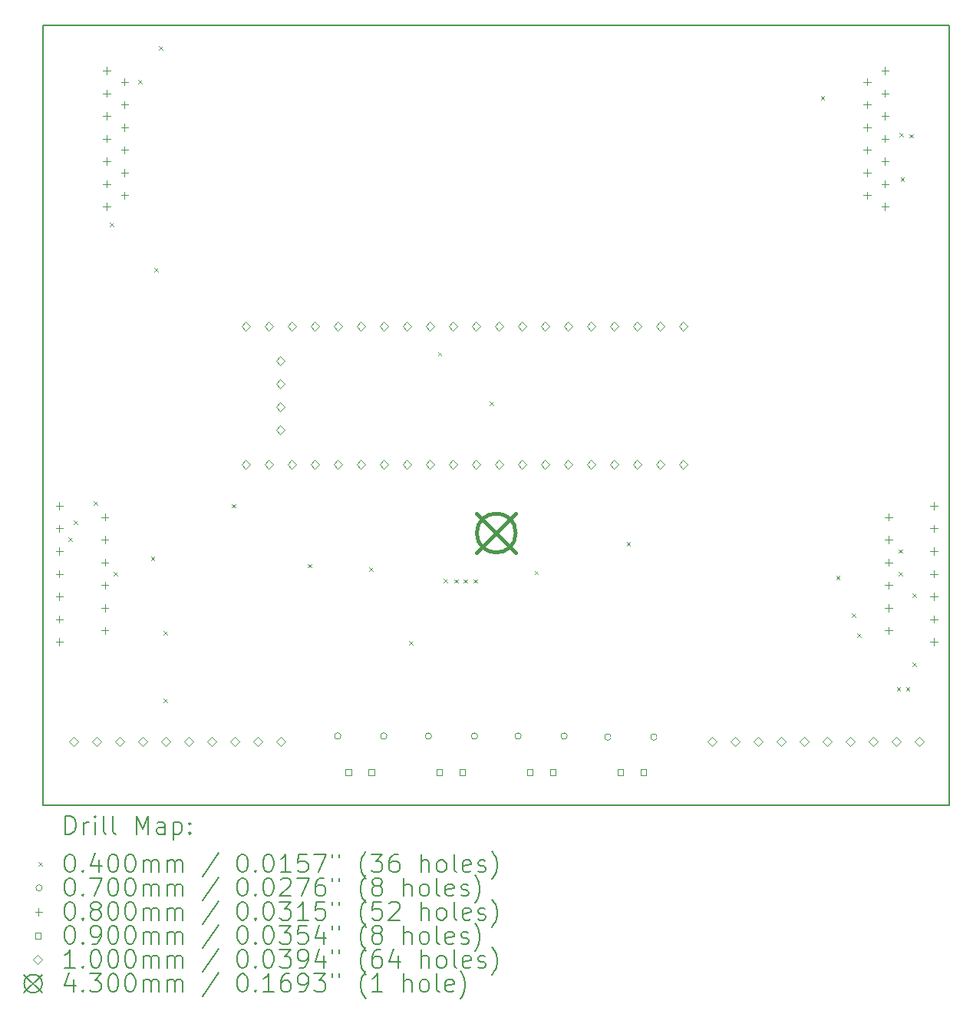
<source format=gbr>
%FSLAX45Y45*%
G04 Gerber Fmt 4.5, Leading zero omitted, Abs format (unit mm)*
G04 Created by KiCad (PCBNEW (6.0.1-0)) date 2022-08-05 18:56:34*
%MOMM*%
%LPD*%
G01*
G04 APERTURE LIST*
%TA.AperFunction,Profile*%
%ADD10C,0.200000*%
%TD*%
%ADD11C,0.200000*%
%ADD12C,0.040000*%
%ADD13C,0.070000*%
%ADD14C,0.080000*%
%ADD15C,0.090000*%
%ADD16C,0.100000*%
%ADD17C,0.430000*%
G04 APERTURE END LIST*
D10*
X10000000Y-5000000D02*
X10000000Y-13600000D01*
X10000000Y-13600000D02*
X20000000Y-13600000D01*
X20000000Y-5000000D02*
X10000000Y-5000000D01*
X20000000Y-13600000D02*
X20000000Y-5000000D01*
D11*
D12*
X10280000Y-10650000D02*
X10320000Y-10690000D01*
X10320000Y-10650000D02*
X10280000Y-10690000D01*
X10340000Y-10460000D02*
X10380000Y-10500000D01*
X10380000Y-10460000D02*
X10340000Y-10500000D01*
X10560000Y-10250000D02*
X10600000Y-10290000D01*
X10600000Y-10250000D02*
X10560000Y-10290000D01*
X10735000Y-7175000D02*
X10775000Y-7215000D01*
X10775000Y-7175000D02*
X10735000Y-7215000D01*
X10780000Y-11030000D02*
X10820000Y-11070000D01*
X10820000Y-11030000D02*
X10780000Y-11070000D01*
X11050000Y-5600000D02*
X11090000Y-5640000D01*
X11090000Y-5600000D02*
X11050000Y-5640000D01*
X11190000Y-10862306D02*
X11230000Y-10902306D01*
X11230000Y-10862306D02*
X11190000Y-10902306D01*
X11230000Y-7680000D02*
X11270000Y-7720000D01*
X11270000Y-7680000D02*
X11230000Y-7720000D01*
X11280000Y-5230000D02*
X11320000Y-5270000D01*
X11320000Y-5230000D02*
X11280000Y-5270000D01*
X11330000Y-11680000D02*
X11370000Y-11720000D01*
X11370000Y-11680000D02*
X11330000Y-11720000D01*
X11330000Y-12430000D02*
X11370000Y-12470000D01*
X11370000Y-12430000D02*
X11330000Y-12470000D01*
X12080000Y-10280000D02*
X12120000Y-10320000D01*
X12120000Y-10280000D02*
X12080000Y-10320000D01*
X12921300Y-10940100D02*
X12961300Y-10980100D01*
X12961300Y-10940100D02*
X12921300Y-10980100D01*
X13600000Y-10980000D02*
X13640000Y-11020000D01*
X13640000Y-10980000D02*
X13600000Y-11020000D01*
X14040000Y-11790000D02*
X14080000Y-11830000D01*
X14080000Y-11790000D02*
X14040000Y-11830000D01*
X14356400Y-8603300D02*
X14396400Y-8643300D01*
X14396400Y-8603300D02*
X14356400Y-8643300D01*
X14419900Y-11105200D02*
X14459900Y-11145200D01*
X14459900Y-11105200D02*
X14419900Y-11145200D01*
X14540050Y-11110000D02*
X14580050Y-11150000D01*
X14580050Y-11110000D02*
X14540050Y-11150000D01*
X14640000Y-11110000D02*
X14680000Y-11150000D01*
X14680000Y-11110000D02*
X14640000Y-11150000D01*
X14750000Y-11110000D02*
X14790000Y-11150000D01*
X14790000Y-11110000D02*
X14750000Y-11150000D01*
X14927900Y-9149400D02*
X14967900Y-9189400D01*
X14967900Y-9149400D02*
X14927900Y-9189400D01*
X15423200Y-11016300D02*
X15463200Y-11056300D01*
X15463200Y-11016300D02*
X15423200Y-11056300D01*
X16439200Y-10698800D02*
X16479200Y-10738800D01*
X16479200Y-10698800D02*
X16439200Y-10738800D01*
X18580000Y-5780000D02*
X18620000Y-5820000D01*
X18620000Y-5780000D02*
X18580000Y-5820000D01*
X18750000Y-11070000D02*
X18790000Y-11110000D01*
X18790000Y-11070000D02*
X18750000Y-11110000D01*
X18922598Y-11490000D02*
X18962598Y-11530000D01*
X18962598Y-11490000D02*
X18922598Y-11530000D01*
X18983770Y-11706230D02*
X19023770Y-11746230D01*
X19023770Y-11706230D02*
X18983770Y-11746230D01*
X19418770Y-12298770D02*
X19458770Y-12338770D01*
X19458770Y-12298770D02*
X19418770Y-12338770D01*
X19440000Y-10780000D02*
X19480000Y-10820000D01*
X19480000Y-10780000D02*
X19440000Y-10820000D01*
X19440000Y-11030000D02*
X19480000Y-11070000D01*
X19480000Y-11030000D02*
X19440000Y-11070000D01*
X19450000Y-6190000D02*
X19490000Y-6230000D01*
X19490000Y-6190000D02*
X19450000Y-6230000D01*
X19460000Y-6680000D02*
X19500000Y-6720000D01*
X19500000Y-6680000D02*
X19460000Y-6720000D01*
X19520000Y-12300000D02*
X19560000Y-12340000D01*
X19560000Y-12300000D02*
X19520000Y-12340000D01*
X19560000Y-6200000D02*
X19600000Y-6240000D01*
X19600000Y-6200000D02*
X19560000Y-6240000D01*
X19592450Y-11270000D02*
X19632450Y-11310000D01*
X19632450Y-11270000D02*
X19592450Y-11310000D01*
X19592450Y-12030000D02*
X19632450Y-12070000D01*
X19632450Y-12030000D02*
X19592450Y-12070000D01*
D13*
X13285000Y-12840000D02*
G75*
G03*
X13285000Y-12840000I-35000J0D01*
G01*
X13793000Y-12840000D02*
G75*
G03*
X13793000Y-12840000I-35000J0D01*
G01*
X14285000Y-12840000D02*
G75*
G03*
X14285000Y-12840000I-35000J0D01*
G01*
X14793000Y-12840000D02*
G75*
G03*
X14793000Y-12840000I-35000J0D01*
G01*
X15275000Y-12840000D02*
G75*
G03*
X15275000Y-12840000I-35000J0D01*
G01*
X15783000Y-12840000D02*
G75*
G03*
X15783000Y-12840000I-35000J0D01*
G01*
X16265000Y-12850000D02*
G75*
G03*
X16265000Y-12850000I-35000J0D01*
G01*
X16773000Y-12850000D02*
G75*
G03*
X16773000Y-12850000I-35000J0D01*
G01*
D14*
X10180000Y-10260000D02*
X10180000Y-10340000D01*
X10140000Y-10300000D02*
X10220000Y-10300000D01*
X10180000Y-10510000D02*
X10180000Y-10590000D01*
X10140000Y-10550000D02*
X10220000Y-10550000D01*
X10180000Y-10760000D02*
X10180000Y-10840000D01*
X10140000Y-10800000D02*
X10220000Y-10800000D01*
X10180000Y-11010000D02*
X10180000Y-11090000D01*
X10140000Y-11050000D02*
X10220000Y-11050000D01*
X10180000Y-11260000D02*
X10180000Y-11340000D01*
X10140000Y-11300000D02*
X10220000Y-11300000D01*
X10180000Y-11510000D02*
X10180000Y-11590000D01*
X10140000Y-11550000D02*
X10220000Y-11550000D01*
X10180000Y-11760000D02*
X10180000Y-11840000D01*
X10140000Y-11800000D02*
X10220000Y-11800000D01*
X10680000Y-10385000D02*
X10680000Y-10465000D01*
X10640000Y-10425000D02*
X10720000Y-10425000D01*
X10680000Y-10635000D02*
X10680000Y-10715000D01*
X10640000Y-10675000D02*
X10720000Y-10675000D01*
X10680000Y-10885000D02*
X10680000Y-10965000D01*
X10640000Y-10925000D02*
X10720000Y-10925000D01*
X10680000Y-11135000D02*
X10680000Y-11215000D01*
X10640000Y-11175000D02*
X10720000Y-11175000D01*
X10680000Y-11385000D02*
X10680000Y-11465000D01*
X10640000Y-11425000D02*
X10720000Y-11425000D01*
X10680000Y-11635000D02*
X10680000Y-11715000D01*
X10640000Y-11675000D02*
X10720000Y-11675000D01*
X10700000Y-5460000D02*
X10700000Y-5540000D01*
X10660000Y-5500000D02*
X10740000Y-5500000D01*
X10700000Y-5710000D02*
X10700000Y-5790000D01*
X10660000Y-5750000D02*
X10740000Y-5750000D01*
X10700000Y-5960000D02*
X10700000Y-6040000D01*
X10660000Y-6000000D02*
X10740000Y-6000000D01*
X10700000Y-6210000D02*
X10700000Y-6290000D01*
X10660000Y-6250000D02*
X10740000Y-6250000D01*
X10700000Y-6460000D02*
X10700000Y-6540000D01*
X10660000Y-6500000D02*
X10740000Y-6500000D01*
X10700000Y-6710000D02*
X10700000Y-6790000D01*
X10660000Y-6750000D02*
X10740000Y-6750000D01*
X10700000Y-6960000D02*
X10700000Y-7040000D01*
X10660000Y-7000000D02*
X10740000Y-7000000D01*
X10900000Y-5585000D02*
X10900000Y-5665000D01*
X10860000Y-5625000D02*
X10940000Y-5625000D01*
X10900000Y-5835000D02*
X10900000Y-5915000D01*
X10860000Y-5875000D02*
X10940000Y-5875000D01*
X10900000Y-6085000D02*
X10900000Y-6165000D01*
X10860000Y-6125000D02*
X10940000Y-6125000D01*
X10900000Y-6335000D02*
X10900000Y-6415000D01*
X10860000Y-6375000D02*
X10940000Y-6375000D01*
X10900000Y-6585000D02*
X10900000Y-6665000D01*
X10860000Y-6625000D02*
X10940000Y-6625000D01*
X10900000Y-6835000D02*
X10900000Y-6915000D01*
X10860000Y-6875000D02*
X10940000Y-6875000D01*
X19090000Y-5585000D02*
X19090000Y-5665000D01*
X19050000Y-5625000D02*
X19130000Y-5625000D01*
X19090000Y-5835000D02*
X19090000Y-5915000D01*
X19050000Y-5875000D02*
X19130000Y-5875000D01*
X19090000Y-6085000D02*
X19090000Y-6165000D01*
X19050000Y-6125000D02*
X19130000Y-6125000D01*
X19090000Y-6335000D02*
X19090000Y-6415000D01*
X19050000Y-6375000D02*
X19130000Y-6375000D01*
X19090000Y-6585000D02*
X19090000Y-6665000D01*
X19050000Y-6625000D02*
X19130000Y-6625000D01*
X19090000Y-6835000D02*
X19090000Y-6915000D01*
X19050000Y-6875000D02*
X19130000Y-6875000D01*
X19290000Y-5460000D02*
X19290000Y-5540000D01*
X19250000Y-5500000D02*
X19330000Y-5500000D01*
X19290000Y-5710000D02*
X19290000Y-5790000D01*
X19250000Y-5750000D02*
X19330000Y-5750000D01*
X19290000Y-5960000D02*
X19290000Y-6040000D01*
X19250000Y-6000000D02*
X19330000Y-6000000D01*
X19290000Y-6210000D02*
X19290000Y-6290000D01*
X19250000Y-6250000D02*
X19330000Y-6250000D01*
X19290000Y-6460000D02*
X19290000Y-6540000D01*
X19250000Y-6500000D02*
X19330000Y-6500000D01*
X19290000Y-6710000D02*
X19290000Y-6790000D01*
X19250000Y-6750000D02*
X19330000Y-6750000D01*
X19290000Y-6960000D02*
X19290000Y-7040000D01*
X19250000Y-7000000D02*
X19330000Y-7000000D01*
X19330000Y-10385000D02*
X19330000Y-10465000D01*
X19290000Y-10425000D02*
X19370000Y-10425000D01*
X19330000Y-10635000D02*
X19330000Y-10715000D01*
X19290000Y-10675000D02*
X19370000Y-10675000D01*
X19330000Y-10885000D02*
X19330000Y-10965000D01*
X19290000Y-10925000D02*
X19370000Y-10925000D01*
X19330000Y-11135000D02*
X19330000Y-11215000D01*
X19290000Y-11175000D02*
X19370000Y-11175000D01*
X19330000Y-11385000D02*
X19330000Y-11465000D01*
X19290000Y-11425000D02*
X19370000Y-11425000D01*
X19330000Y-11635000D02*
X19330000Y-11715000D01*
X19290000Y-11675000D02*
X19370000Y-11675000D01*
X19830000Y-10260000D02*
X19830000Y-10340000D01*
X19790000Y-10300000D02*
X19870000Y-10300000D01*
X19830000Y-10510000D02*
X19830000Y-10590000D01*
X19790000Y-10550000D02*
X19870000Y-10550000D01*
X19830000Y-10760000D02*
X19830000Y-10840000D01*
X19790000Y-10800000D02*
X19870000Y-10800000D01*
X19830000Y-11010000D02*
X19830000Y-11090000D01*
X19790000Y-11050000D02*
X19870000Y-11050000D01*
X19830000Y-11260000D02*
X19830000Y-11340000D01*
X19790000Y-11300000D02*
X19870000Y-11300000D01*
X19830000Y-11510000D02*
X19830000Y-11590000D01*
X19790000Y-11550000D02*
X19870000Y-11550000D01*
X19830000Y-11760000D02*
X19830000Y-11840000D01*
X19790000Y-11800000D02*
X19870000Y-11800000D01*
D15*
X13401820Y-13271820D02*
X13401820Y-13208180D01*
X13338180Y-13208180D01*
X13338180Y-13271820D01*
X13401820Y-13271820D01*
X13655820Y-13271820D02*
X13655820Y-13208180D01*
X13592180Y-13208180D01*
X13592180Y-13271820D01*
X13655820Y-13271820D01*
X14401820Y-13271820D02*
X14401820Y-13208180D01*
X14338180Y-13208180D01*
X14338180Y-13271820D01*
X14401820Y-13271820D01*
X14655820Y-13271820D02*
X14655820Y-13208180D01*
X14592180Y-13208180D01*
X14592180Y-13271820D01*
X14655820Y-13271820D01*
X15401820Y-13271820D02*
X15401820Y-13208180D01*
X15338180Y-13208180D01*
X15338180Y-13271820D01*
X15401820Y-13271820D01*
X15655820Y-13271820D02*
X15655820Y-13208180D01*
X15592180Y-13208180D01*
X15592180Y-13271820D01*
X15655820Y-13271820D01*
X16401820Y-13271820D02*
X16401820Y-13208180D01*
X16338180Y-13208180D01*
X16338180Y-13271820D01*
X16401820Y-13271820D01*
X16655820Y-13271820D02*
X16655820Y-13208180D01*
X16592180Y-13208180D01*
X16592180Y-13271820D01*
X16655820Y-13271820D01*
D16*
X10334000Y-12950000D02*
X10384000Y-12900000D01*
X10334000Y-12850000D01*
X10284000Y-12900000D01*
X10334000Y-12950000D01*
X10588000Y-12950000D02*
X10638000Y-12900000D01*
X10588000Y-12850000D01*
X10538000Y-12900000D01*
X10588000Y-12950000D01*
X10842000Y-12950000D02*
X10892000Y-12900000D01*
X10842000Y-12850000D01*
X10792000Y-12900000D01*
X10842000Y-12950000D01*
X11096000Y-12950000D02*
X11146000Y-12900000D01*
X11096000Y-12850000D01*
X11046000Y-12900000D01*
X11096000Y-12950000D01*
X11350000Y-12950000D02*
X11400000Y-12900000D01*
X11350000Y-12850000D01*
X11300000Y-12900000D01*
X11350000Y-12950000D01*
X11604000Y-12950000D02*
X11654000Y-12900000D01*
X11604000Y-12850000D01*
X11554000Y-12900000D01*
X11604000Y-12950000D01*
X11858000Y-12950000D02*
X11908000Y-12900000D01*
X11858000Y-12850000D01*
X11808000Y-12900000D01*
X11858000Y-12950000D01*
X12112000Y-12950000D02*
X12162000Y-12900000D01*
X12112000Y-12850000D01*
X12062000Y-12900000D01*
X12112000Y-12950000D01*
X12237000Y-8368500D02*
X12287000Y-8318500D01*
X12237000Y-8268500D01*
X12187000Y-8318500D01*
X12237000Y-8368500D01*
X12237000Y-9892500D02*
X12287000Y-9842500D01*
X12237000Y-9792500D01*
X12187000Y-9842500D01*
X12237000Y-9892500D01*
X12366000Y-12950000D02*
X12416000Y-12900000D01*
X12366000Y-12850000D01*
X12316000Y-12900000D01*
X12366000Y-12950000D01*
X12491000Y-8368500D02*
X12541000Y-8318500D01*
X12491000Y-8268500D01*
X12441000Y-8318500D01*
X12491000Y-8368500D01*
X12491000Y-9892500D02*
X12541000Y-9842500D01*
X12491000Y-9792500D01*
X12441000Y-9842500D01*
X12491000Y-9892500D01*
X12618100Y-8749300D02*
X12668100Y-8699300D01*
X12618100Y-8649300D01*
X12568100Y-8699300D01*
X12618100Y-8749300D01*
X12618100Y-9003300D02*
X12668100Y-8953300D01*
X12618100Y-8903300D01*
X12568100Y-8953300D01*
X12618100Y-9003300D01*
X12618100Y-9257300D02*
X12668100Y-9207300D01*
X12618100Y-9157300D01*
X12568100Y-9207300D01*
X12618100Y-9257300D01*
X12618100Y-9511300D02*
X12668100Y-9461300D01*
X12618100Y-9411300D01*
X12568100Y-9461300D01*
X12618100Y-9511300D01*
X12620000Y-12950000D02*
X12670000Y-12900000D01*
X12620000Y-12850000D01*
X12570000Y-12900000D01*
X12620000Y-12950000D01*
X12745000Y-8368500D02*
X12795000Y-8318500D01*
X12745000Y-8268500D01*
X12695000Y-8318500D01*
X12745000Y-8368500D01*
X12745000Y-9892500D02*
X12795000Y-9842500D01*
X12745000Y-9792500D01*
X12695000Y-9842500D01*
X12745000Y-9892500D01*
X12999000Y-8368500D02*
X13049000Y-8318500D01*
X12999000Y-8268500D01*
X12949000Y-8318500D01*
X12999000Y-8368500D01*
X12999000Y-9892500D02*
X13049000Y-9842500D01*
X12999000Y-9792500D01*
X12949000Y-9842500D01*
X12999000Y-9892500D01*
X13253000Y-8368500D02*
X13303000Y-8318500D01*
X13253000Y-8268500D01*
X13203000Y-8318500D01*
X13253000Y-8368500D01*
X13253000Y-9892500D02*
X13303000Y-9842500D01*
X13253000Y-9792500D01*
X13203000Y-9842500D01*
X13253000Y-9892500D01*
X13507000Y-8368500D02*
X13557000Y-8318500D01*
X13507000Y-8268500D01*
X13457000Y-8318500D01*
X13507000Y-8368500D01*
X13507000Y-9892500D02*
X13557000Y-9842500D01*
X13507000Y-9792500D01*
X13457000Y-9842500D01*
X13507000Y-9892500D01*
X13761000Y-8368500D02*
X13811000Y-8318500D01*
X13761000Y-8268500D01*
X13711000Y-8318500D01*
X13761000Y-8368500D01*
X13761000Y-9892500D02*
X13811000Y-9842500D01*
X13761000Y-9792500D01*
X13711000Y-9842500D01*
X13761000Y-9892500D01*
X14015000Y-8368500D02*
X14065000Y-8318500D01*
X14015000Y-8268500D01*
X13965000Y-8318500D01*
X14015000Y-8368500D01*
X14015000Y-9892500D02*
X14065000Y-9842500D01*
X14015000Y-9792500D01*
X13965000Y-9842500D01*
X14015000Y-9892500D01*
X14269000Y-8368500D02*
X14319000Y-8318500D01*
X14269000Y-8268500D01*
X14219000Y-8318500D01*
X14269000Y-8368500D01*
X14269000Y-9892500D02*
X14319000Y-9842500D01*
X14269000Y-9792500D01*
X14219000Y-9842500D01*
X14269000Y-9892500D01*
X14523000Y-8368500D02*
X14573000Y-8318500D01*
X14523000Y-8268500D01*
X14473000Y-8318500D01*
X14523000Y-8368500D01*
X14523000Y-9892500D02*
X14573000Y-9842500D01*
X14523000Y-9792500D01*
X14473000Y-9842500D01*
X14523000Y-9892500D01*
X14777000Y-8368500D02*
X14827000Y-8318500D01*
X14777000Y-8268500D01*
X14727000Y-8318500D01*
X14777000Y-8368500D01*
X14777000Y-9892500D02*
X14827000Y-9842500D01*
X14777000Y-9792500D01*
X14727000Y-9842500D01*
X14777000Y-9892500D01*
X15031000Y-8368500D02*
X15081000Y-8318500D01*
X15031000Y-8268500D01*
X14981000Y-8318500D01*
X15031000Y-8368500D01*
X15031000Y-9892500D02*
X15081000Y-9842500D01*
X15031000Y-9792500D01*
X14981000Y-9842500D01*
X15031000Y-9892500D01*
X15285000Y-8368500D02*
X15335000Y-8318500D01*
X15285000Y-8268500D01*
X15235000Y-8318500D01*
X15285000Y-8368500D01*
X15285000Y-9892500D02*
X15335000Y-9842500D01*
X15285000Y-9792500D01*
X15235000Y-9842500D01*
X15285000Y-9892500D01*
X15539000Y-8368500D02*
X15589000Y-8318500D01*
X15539000Y-8268500D01*
X15489000Y-8318500D01*
X15539000Y-8368500D01*
X15539000Y-9892500D02*
X15589000Y-9842500D01*
X15539000Y-9792500D01*
X15489000Y-9842500D01*
X15539000Y-9892500D01*
X15793000Y-8368500D02*
X15843000Y-8318500D01*
X15793000Y-8268500D01*
X15743000Y-8318500D01*
X15793000Y-8368500D01*
X15793000Y-9892500D02*
X15843000Y-9842500D01*
X15793000Y-9792500D01*
X15743000Y-9842500D01*
X15793000Y-9892500D01*
X16047000Y-8368500D02*
X16097000Y-8318500D01*
X16047000Y-8268500D01*
X15997000Y-8318500D01*
X16047000Y-8368500D01*
X16047000Y-9892500D02*
X16097000Y-9842500D01*
X16047000Y-9792500D01*
X15997000Y-9842500D01*
X16047000Y-9892500D01*
X16301000Y-8368500D02*
X16351000Y-8318500D01*
X16301000Y-8268500D01*
X16251000Y-8318500D01*
X16301000Y-8368500D01*
X16301000Y-9892500D02*
X16351000Y-9842500D01*
X16301000Y-9792500D01*
X16251000Y-9842500D01*
X16301000Y-9892500D01*
X16555000Y-8368500D02*
X16605000Y-8318500D01*
X16555000Y-8268500D01*
X16505000Y-8318500D01*
X16555000Y-8368500D01*
X16555000Y-9892500D02*
X16605000Y-9842500D01*
X16555000Y-9792500D01*
X16505000Y-9842500D01*
X16555000Y-9892500D01*
X16809000Y-8368500D02*
X16859000Y-8318500D01*
X16809000Y-8268500D01*
X16759000Y-8318500D01*
X16809000Y-8368500D01*
X16809000Y-9892500D02*
X16859000Y-9842500D01*
X16809000Y-9792500D01*
X16759000Y-9842500D01*
X16809000Y-9892500D01*
X17063000Y-8368500D02*
X17113000Y-8318500D01*
X17063000Y-8268500D01*
X17013000Y-8318500D01*
X17063000Y-8368500D01*
X17063000Y-9892500D02*
X17113000Y-9842500D01*
X17063000Y-9792500D01*
X17013000Y-9842500D01*
X17063000Y-9892500D01*
X17380000Y-12950000D02*
X17430000Y-12900000D01*
X17380000Y-12850000D01*
X17330000Y-12900000D01*
X17380000Y-12950000D01*
X17634000Y-12950000D02*
X17684000Y-12900000D01*
X17634000Y-12850000D01*
X17584000Y-12900000D01*
X17634000Y-12950000D01*
X17888000Y-12950000D02*
X17938000Y-12900000D01*
X17888000Y-12850000D01*
X17838000Y-12900000D01*
X17888000Y-12950000D01*
X18142000Y-12950000D02*
X18192000Y-12900000D01*
X18142000Y-12850000D01*
X18092000Y-12900000D01*
X18142000Y-12950000D01*
X18396000Y-12950000D02*
X18446000Y-12900000D01*
X18396000Y-12850000D01*
X18346000Y-12900000D01*
X18396000Y-12950000D01*
X18650000Y-12950000D02*
X18700000Y-12900000D01*
X18650000Y-12850000D01*
X18600000Y-12900000D01*
X18650000Y-12950000D01*
X18904000Y-12950000D02*
X18954000Y-12900000D01*
X18904000Y-12850000D01*
X18854000Y-12900000D01*
X18904000Y-12950000D01*
X19158000Y-12950000D02*
X19208000Y-12900000D01*
X19158000Y-12850000D01*
X19108000Y-12900000D01*
X19158000Y-12950000D01*
X19412000Y-12950000D02*
X19462000Y-12900000D01*
X19412000Y-12850000D01*
X19362000Y-12900000D01*
X19412000Y-12950000D01*
X19666000Y-12950000D02*
X19716000Y-12900000D01*
X19666000Y-12850000D01*
X19616000Y-12900000D01*
X19666000Y-12950000D01*
D17*
X14785000Y-10385000D02*
X15215000Y-10815000D01*
X15215000Y-10385000D02*
X14785000Y-10815000D01*
X15215000Y-10600000D02*
G75*
G03*
X15215000Y-10600000I-215000J0D01*
G01*
D11*
X10247619Y-13920476D02*
X10247619Y-13720476D01*
X10295238Y-13720476D01*
X10323810Y-13730000D01*
X10342857Y-13749048D01*
X10352381Y-13768095D01*
X10361905Y-13806190D01*
X10361905Y-13834762D01*
X10352381Y-13872857D01*
X10342857Y-13891905D01*
X10323810Y-13910952D01*
X10295238Y-13920476D01*
X10247619Y-13920476D01*
X10447619Y-13920476D02*
X10447619Y-13787143D01*
X10447619Y-13825238D02*
X10457143Y-13806190D01*
X10466667Y-13796667D01*
X10485714Y-13787143D01*
X10504762Y-13787143D01*
X10571429Y-13920476D02*
X10571429Y-13787143D01*
X10571429Y-13720476D02*
X10561905Y-13730000D01*
X10571429Y-13739524D01*
X10580952Y-13730000D01*
X10571429Y-13720476D01*
X10571429Y-13739524D01*
X10695238Y-13920476D02*
X10676190Y-13910952D01*
X10666667Y-13891905D01*
X10666667Y-13720476D01*
X10800000Y-13920476D02*
X10780952Y-13910952D01*
X10771429Y-13891905D01*
X10771429Y-13720476D01*
X11028571Y-13920476D02*
X11028571Y-13720476D01*
X11095238Y-13863333D01*
X11161905Y-13720476D01*
X11161905Y-13920476D01*
X11342857Y-13920476D02*
X11342857Y-13815714D01*
X11333333Y-13796667D01*
X11314286Y-13787143D01*
X11276190Y-13787143D01*
X11257143Y-13796667D01*
X11342857Y-13910952D02*
X11323809Y-13920476D01*
X11276190Y-13920476D01*
X11257143Y-13910952D01*
X11247619Y-13891905D01*
X11247619Y-13872857D01*
X11257143Y-13853809D01*
X11276190Y-13844286D01*
X11323809Y-13844286D01*
X11342857Y-13834762D01*
X11438095Y-13787143D02*
X11438095Y-13987143D01*
X11438095Y-13796667D02*
X11457143Y-13787143D01*
X11495238Y-13787143D01*
X11514286Y-13796667D01*
X11523809Y-13806190D01*
X11533333Y-13825238D01*
X11533333Y-13882381D01*
X11523809Y-13901428D01*
X11514286Y-13910952D01*
X11495238Y-13920476D01*
X11457143Y-13920476D01*
X11438095Y-13910952D01*
X11619048Y-13901428D02*
X11628571Y-13910952D01*
X11619048Y-13920476D01*
X11609524Y-13910952D01*
X11619048Y-13901428D01*
X11619048Y-13920476D01*
X11619048Y-13796667D02*
X11628571Y-13806190D01*
X11619048Y-13815714D01*
X11609524Y-13806190D01*
X11619048Y-13796667D01*
X11619048Y-13815714D01*
D12*
X9950000Y-14230000D02*
X9990000Y-14270000D01*
X9990000Y-14230000D02*
X9950000Y-14270000D01*
D11*
X10285714Y-14140476D02*
X10304762Y-14140476D01*
X10323810Y-14150000D01*
X10333333Y-14159524D01*
X10342857Y-14178571D01*
X10352381Y-14216667D01*
X10352381Y-14264286D01*
X10342857Y-14302381D01*
X10333333Y-14321428D01*
X10323810Y-14330952D01*
X10304762Y-14340476D01*
X10285714Y-14340476D01*
X10266667Y-14330952D01*
X10257143Y-14321428D01*
X10247619Y-14302381D01*
X10238095Y-14264286D01*
X10238095Y-14216667D01*
X10247619Y-14178571D01*
X10257143Y-14159524D01*
X10266667Y-14150000D01*
X10285714Y-14140476D01*
X10438095Y-14321428D02*
X10447619Y-14330952D01*
X10438095Y-14340476D01*
X10428571Y-14330952D01*
X10438095Y-14321428D01*
X10438095Y-14340476D01*
X10619048Y-14207143D02*
X10619048Y-14340476D01*
X10571429Y-14130952D02*
X10523810Y-14273809D01*
X10647619Y-14273809D01*
X10761905Y-14140476D02*
X10780952Y-14140476D01*
X10800000Y-14150000D01*
X10809524Y-14159524D01*
X10819048Y-14178571D01*
X10828571Y-14216667D01*
X10828571Y-14264286D01*
X10819048Y-14302381D01*
X10809524Y-14321428D01*
X10800000Y-14330952D01*
X10780952Y-14340476D01*
X10761905Y-14340476D01*
X10742857Y-14330952D01*
X10733333Y-14321428D01*
X10723810Y-14302381D01*
X10714286Y-14264286D01*
X10714286Y-14216667D01*
X10723810Y-14178571D01*
X10733333Y-14159524D01*
X10742857Y-14150000D01*
X10761905Y-14140476D01*
X10952381Y-14140476D02*
X10971429Y-14140476D01*
X10990476Y-14150000D01*
X11000000Y-14159524D01*
X11009524Y-14178571D01*
X11019048Y-14216667D01*
X11019048Y-14264286D01*
X11009524Y-14302381D01*
X11000000Y-14321428D01*
X10990476Y-14330952D01*
X10971429Y-14340476D01*
X10952381Y-14340476D01*
X10933333Y-14330952D01*
X10923810Y-14321428D01*
X10914286Y-14302381D01*
X10904762Y-14264286D01*
X10904762Y-14216667D01*
X10914286Y-14178571D01*
X10923810Y-14159524D01*
X10933333Y-14150000D01*
X10952381Y-14140476D01*
X11104762Y-14340476D02*
X11104762Y-14207143D01*
X11104762Y-14226190D02*
X11114286Y-14216667D01*
X11133333Y-14207143D01*
X11161905Y-14207143D01*
X11180952Y-14216667D01*
X11190476Y-14235714D01*
X11190476Y-14340476D01*
X11190476Y-14235714D02*
X11200000Y-14216667D01*
X11219048Y-14207143D01*
X11247619Y-14207143D01*
X11266667Y-14216667D01*
X11276190Y-14235714D01*
X11276190Y-14340476D01*
X11371428Y-14340476D02*
X11371428Y-14207143D01*
X11371428Y-14226190D02*
X11380952Y-14216667D01*
X11400000Y-14207143D01*
X11428571Y-14207143D01*
X11447619Y-14216667D01*
X11457143Y-14235714D01*
X11457143Y-14340476D01*
X11457143Y-14235714D02*
X11466667Y-14216667D01*
X11485714Y-14207143D01*
X11514286Y-14207143D01*
X11533333Y-14216667D01*
X11542857Y-14235714D01*
X11542857Y-14340476D01*
X11933333Y-14130952D02*
X11761905Y-14388095D01*
X12190476Y-14140476D02*
X12209524Y-14140476D01*
X12228571Y-14150000D01*
X12238095Y-14159524D01*
X12247619Y-14178571D01*
X12257143Y-14216667D01*
X12257143Y-14264286D01*
X12247619Y-14302381D01*
X12238095Y-14321428D01*
X12228571Y-14330952D01*
X12209524Y-14340476D01*
X12190476Y-14340476D01*
X12171428Y-14330952D01*
X12161905Y-14321428D01*
X12152381Y-14302381D01*
X12142857Y-14264286D01*
X12142857Y-14216667D01*
X12152381Y-14178571D01*
X12161905Y-14159524D01*
X12171428Y-14150000D01*
X12190476Y-14140476D01*
X12342857Y-14321428D02*
X12352381Y-14330952D01*
X12342857Y-14340476D01*
X12333333Y-14330952D01*
X12342857Y-14321428D01*
X12342857Y-14340476D01*
X12476190Y-14140476D02*
X12495238Y-14140476D01*
X12514286Y-14150000D01*
X12523809Y-14159524D01*
X12533333Y-14178571D01*
X12542857Y-14216667D01*
X12542857Y-14264286D01*
X12533333Y-14302381D01*
X12523809Y-14321428D01*
X12514286Y-14330952D01*
X12495238Y-14340476D01*
X12476190Y-14340476D01*
X12457143Y-14330952D01*
X12447619Y-14321428D01*
X12438095Y-14302381D01*
X12428571Y-14264286D01*
X12428571Y-14216667D01*
X12438095Y-14178571D01*
X12447619Y-14159524D01*
X12457143Y-14150000D01*
X12476190Y-14140476D01*
X12733333Y-14340476D02*
X12619048Y-14340476D01*
X12676190Y-14340476D02*
X12676190Y-14140476D01*
X12657143Y-14169048D01*
X12638095Y-14188095D01*
X12619048Y-14197619D01*
X12914286Y-14140476D02*
X12819048Y-14140476D01*
X12809524Y-14235714D01*
X12819048Y-14226190D01*
X12838095Y-14216667D01*
X12885714Y-14216667D01*
X12904762Y-14226190D01*
X12914286Y-14235714D01*
X12923809Y-14254762D01*
X12923809Y-14302381D01*
X12914286Y-14321428D01*
X12904762Y-14330952D01*
X12885714Y-14340476D01*
X12838095Y-14340476D01*
X12819048Y-14330952D01*
X12809524Y-14321428D01*
X12990476Y-14140476D02*
X13123809Y-14140476D01*
X13038095Y-14340476D01*
X13190476Y-14140476D02*
X13190476Y-14178571D01*
X13266667Y-14140476D02*
X13266667Y-14178571D01*
X13561905Y-14416667D02*
X13552381Y-14407143D01*
X13533333Y-14378571D01*
X13523809Y-14359524D01*
X13514286Y-14330952D01*
X13504762Y-14283333D01*
X13504762Y-14245238D01*
X13514286Y-14197619D01*
X13523809Y-14169048D01*
X13533333Y-14150000D01*
X13552381Y-14121428D01*
X13561905Y-14111905D01*
X13619048Y-14140476D02*
X13742857Y-14140476D01*
X13676190Y-14216667D01*
X13704762Y-14216667D01*
X13723809Y-14226190D01*
X13733333Y-14235714D01*
X13742857Y-14254762D01*
X13742857Y-14302381D01*
X13733333Y-14321428D01*
X13723809Y-14330952D01*
X13704762Y-14340476D01*
X13647619Y-14340476D01*
X13628571Y-14330952D01*
X13619048Y-14321428D01*
X13914286Y-14140476D02*
X13876190Y-14140476D01*
X13857143Y-14150000D01*
X13847619Y-14159524D01*
X13828571Y-14188095D01*
X13819048Y-14226190D01*
X13819048Y-14302381D01*
X13828571Y-14321428D01*
X13838095Y-14330952D01*
X13857143Y-14340476D01*
X13895238Y-14340476D01*
X13914286Y-14330952D01*
X13923809Y-14321428D01*
X13933333Y-14302381D01*
X13933333Y-14254762D01*
X13923809Y-14235714D01*
X13914286Y-14226190D01*
X13895238Y-14216667D01*
X13857143Y-14216667D01*
X13838095Y-14226190D01*
X13828571Y-14235714D01*
X13819048Y-14254762D01*
X14171428Y-14340476D02*
X14171428Y-14140476D01*
X14257143Y-14340476D02*
X14257143Y-14235714D01*
X14247619Y-14216667D01*
X14228571Y-14207143D01*
X14200000Y-14207143D01*
X14180952Y-14216667D01*
X14171428Y-14226190D01*
X14380952Y-14340476D02*
X14361905Y-14330952D01*
X14352381Y-14321428D01*
X14342857Y-14302381D01*
X14342857Y-14245238D01*
X14352381Y-14226190D01*
X14361905Y-14216667D01*
X14380952Y-14207143D01*
X14409524Y-14207143D01*
X14428571Y-14216667D01*
X14438095Y-14226190D01*
X14447619Y-14245238D01*
X14447619Y-14302381D01*
X14438095Y-14321428D01*
X14428571Y-14330952D01*
X14409524Y-14340476D01*
X14380952Y-14340476D01*
X14561905Y-14340476D02*
X14542857Y-14330952D01*
X14533333Y-14311905D01*
X14533333Y-14140476D01*
X14714286Y-14330952D02*
X14695238Y-14340476D01*
X14657143Y-14340476D01*
X14638095Y-14330952D01*
X14628571Y-14311905D01*
X14628571Y-14235714D01*
X14638095Y-14216667D01*
X14657143Y-14207143D01*
X14695238Y-14207143D01*
X14714286Y-14216667D01*
X14723809Y-14235714D01*
X14723809Y-14254762D01*
X14628571Y-14273809D01*
X14800000Y-14330952D02*
X14819048Y-14340476D01*
X14857143Y-14340476D01*
X14876190Y-14330952D01*
X14885714Y-14311905D01*
X14885714Y-14302381D01*
X14876190Y-14283333D01*
X14857143Y-14273809D01*
X14828571Y-14273809D01*
X14809524Y-14264286D01*
X14800000Y-14245238D01*
X14800000Y-14235714D01*
X14809524Y-14216667D01*
X14828571Y-14207143D01*
X14857143Y-14207143D01*
X14876190Y-14216667D01*
X14952381Y-14416667D02*
X14961905Y-14407143D01*
X14980952Y-14378571D01*
X14990476Y-14359524D01*
X15000000Y-14330952D01*
X15009524Y-14283333D01*
X15009524Y-14245238D01*
X15000000Y-14197619D01*
X14990476Y-14169048D01*
X14980952Y-14150000D01*
X14961905Y-14121428D01*
X14952381Y-14111905D01*
D13*
X9990000Y-14514000D02*
G75*
G03*
X9990000Y-14514000I-35000J0D01*
G01*
D11*
X10285714Y-14404476D02*
X10304762Y-14404476D01*
X10323810Y-14414000D01*
X10333333Y-14423524D01*
X10342857Y-14442571D01*
X10352381Y-14480667D01*
X10352381Y-14528286D01*
X10342857Y-14566381D01*
X10333333Y-14585428D01*
X10323810Y-14594952D01*
X10304762Y-14604476D01*
X10285714Y-14604476D01*
X10266667Y-14594952D01*
X10257143Y-14585428D01*
X10247619Y-14566381D01*
X10238095Y-14528286D01*
X10238095Y-14480667D01*
X10247619Y-14442571D01*
X10257143Y-14423524D01*
X10266667Y-14414000D01*
X10285714Y-14404476D01*
X10438095Y-14585428D02*
X10447619Y-14594952D01*
X10438095Y-14604476D01*
X10428571Y-14594952D01*
X10438095Y-14585428D01*
X10438095Y-14604476D01*
X10514286Y-14404476D02*
X10647619Y-14404476D01*
X10561905Y-14604476D01*
X10761905Y-14404476D02*
X10780952Y-14404476D01*
X10800000Y-14414000D01*
X10809524Y-14423524D01*
X10819048Y-14442571D01*
X10828571Y-14480667D01*
X10828571Y-14528286D01*
X10819048Y-14566381D01*
X10809524Y-14585428D01*
X10800000Y-14594952D01*
X10780952Y-14604476D01*
X10761905Y-14604476D01*
X10742857Y-14594952D01*
X10733333Y-14585428D01*
X10723810Y-14566381D01*
X10714286Y-14528286D01*
X10714286Y-14480667D01*
X10723810Y-14442571D01*
X10733333Y-14423524D01*
X10742857Y-14414000D01*
X10761905Y-14404476D01*
X10952381Y-14404476D02*
X10971429Y-14404476D01*
X10990476Y-14414000D01*
X11000000Y-14423524D01*
X11009524Y-14442571D01*
X11019048Y-14480667D01*
X11019048Y-14528286D01*
X11009524Y-14566381D01*
X11000000Y-14585428D01*
X10990476Y-14594952D01*
X10971429Y-14604476D01*
X10952381Y-14604476D01*
X10933333Y-14594952D01*
X10923810Y-14585428D01*
X10914286Y-14566381D01*
X10904762Y-14528286D01*
X10904762Y-14480667D01*
X10914286Y-14442571D01*
X10923810Y-14423524D01*
X10933333Y-14414000D01*
X10952381Y-14404476D01*
X11104762Y-14604476D02*
X11104762Y-14471143D01*
X11104762Y-14490190D02*
X11114286Y-14480667D01*
X11133333Y-14471143D01*
X11161905Y-14471143D01*
X11180952Y-14480667D01*
X11190476Y-14499714D01*
X11190476Y-14604476D01*
X11190476Y-14499714D02*
X11200000Y-14480667D01*
X11219048Y-14471143D01*
X11247619Y-14471143D01*
X11266667Y-14480667D01*
X11276190Y-14499714D01*
X11276190Y-14604476D01*
X11371428Y-14604476D02*
X11371428Y-14471143D01*
X11371428Y-14490190D02*
X11380952Y-14480667D01*
X11400000Y-14471143D01*
X11428571Y-14471143D01*
X11447619Y-14480667D01*
X11457143Y-14499714D01*
X11457143Y-14604476D01*
X11457143Y-14499714D02*
X11466667Y-14480667D01*
X11485714Y-14471143D01*
X11514286Y-14471143D01*
X11533333Y-14480667D01*
X11542857Y-14499714D01*
X11542857Y-14604476D01*
X11933333Y-14394952D02*
X11761905Y-14652095D01*
X12190476Y-14404476D02*
X12209524Y-14404476D01*
X12228571Y-14414000D01*
X12238095Y-14423524D01*
X12247619Y-14442571D01*
X12257143Y-14480667D01*
X12257143Y-14528286D01*
X12247619Y-14566381D01*
X12238095Y-14585428D01*
X12228571Y-14594952D01*
X12209524Y-14604476D01*
X12190476Y-14604476D01*
X12171428Y-14594952D01*
X12161905Y-14585428D01*
X12152381Y-14566381D01*
X12142857Y-14528286D01*
X12142857Y-14480667D01*
X12152381Y-14442571D01*
X12161905Y-14423524D01*
X12171428Y-14414000D01*
X12190476Y-14404476D01*
X12342857Y-14585428D02*
X12352381Y-14594952D01*
X12342857Y-14604476D01*
X12333333Y-14594952D01*
X12342857Y-14585428D01*
X12342857Y-14604476D01*
X12476190Y-14404476D02*
X12495238Y-14404476D01*
X12514286Y-14414000D01*
X12523809Y-14423524D01*
X12533333Y-14442571D01*
X12542857Y-14480667D01*
X12542857Y-14528286D01*
X12533333Y-14566381D01*
X12523809Y-14585428D01*
X12514286Y-14594952D01*
X12495238Y-14604476D01*
X12476190Y-14604476D01*
X12457143Y-14594952D01*
X12447619Y-14585428D01*
X12438095Y-14566381D01*
X12428571Y-14528286D01*
X12428571Y-14480667D01*
X12438095Y-14442571D01*
X12447619Y-14423524D01*
X12457143Y-14414000D01*
X12476190Y-14404476D01*
X12619048Y-14423524D02*
X12628571Y-14414000D01*
X12647619Y-14404476D01*
X12695238Y-14404476D01*
X12714286Y-14414000D01*
X12723809Y-14423524D01*
X12733333Y-14442571D01*
X12733333Y-14461619D01*
X12723809Y-14490190D01*
X12609524Y-14604476D01*
X12733333Y-14604476D01*
X12800000Y-14404476D02*
X12933333Y-14404476D01*
X12847619Y-14604476D01*
X13095238Y-14404476D02*
X13057143Y-14404476D01*
X13038095Y-14414000D01*
X13028571Y-14423524D01*
X13009524Y-14452095D01*
X13000000Y-14490190D01*
X13000000Y-14566381D01*
X13009524Y-14585428D01*
X13019048Y-14594952D01*
X13038095Y-14604476D01*
X13076190Y-14604476D01*
X13095238Y-14594952D01*
X13104762Y-14585428D01*
X13114286Y-14566381D01*
X13114286Y-14518762D01*
X13104762Y-14499714D01*
X13095238Y-14490190D01*
X13076190Y-14480667D01*
X13038095Y-14480667D01*
X13019048Y-14490190D01*
X13009524Y-14499714D01*
X13000000Y-14518762D01*
X13190476Y-14404476D02*
X13190476Y-14442571D01*
X13266667Y-14404476D02*
X13266667Y-14442571D01*
X13561905Y-14680667D02*
X13552381Y-14671143D01*
X13533333Y-14642571D01*
X13523809Y-14623524D01*
X13514286Y-14594952D01*
X13504762Y-14547333D01*
X13504762Y-14509238D01*
X13514286Y-14461619D01*
X13523809Y-14433048D01*
X13533333Y-14414000D01*
X13552381Y-14385428D01*
X13561905Y-14375905D01*
X13666667Y-14490190D02*
X13647619Y-14480667D01*
X13638095Y-14471143D01*
X13628571Y-14452095D01*
X13628571Y-14442571D01*
X13638095Y-14423524D01*
X13647619Y-14414000D01*
X13666667Y-14404476D01*
X13704762Y-14404476D01*
X13723809Y-14414000D01*
X13733333Y-14423524D01*
X13742857Y-14442571D01*
X13742857Y-14452095D01*
X13733333Y-14471143D01*
X13723809Y-14480667D01*
X13704762Y-14490190D01*
X13666667Y-14490190D01*
X13647619Y-14499714D01*
X13638095Y-14509238D01*
X13628571Y-14528286D01*
X13628571Y-14566381D01*
X13638095Y-14585428D01*
X13647619Y-14594952D01*
X13666667Y-14604476D01*
X13704762Y-14604476D01*
X13723809Y-14594952D01*
X13733333Y-14585428D01*
X13742857Y-14566381D01*
X13742857Y-14528286D01*
X13733333Y-14509238D01*
X13723809Y-14499714D01*
X13704762Y-14490190D01*
X13980952Y-14604476D02*
X13980952Y-14404476D01*
X14066667Y-14604476D02*
X14066667Y-14499714D01*
X14057143Y-14480667D01*
X14038095Y-14471143D01*
X14009524Y-14471143D01*
X13990476Y-14480667D01*
X13980952Y-14490190D01*
X14190476Y-14604476D02*
X14171428Y-14594952D01*
X14161905Y-14585428D01*
X14152381Y-14566381D01*
X14152381Y-14509238D01*
X14161905Y-14490190D01*
X14171428Y-14480667D01*
X14190476Y-14471143D01*
X14219048Y-14471143D01*
X14238095Y-14480667D01*
X14247619Y-14490190D01*
X14257143Y-14509238D01*
X14257143Y-14566381D01*
X14247619Y-14585428D01*
X14238095Y-14594952D01*
X14219048Y-14604476D01*
X14190476Y-14604476D01*
X14371428Y-14604476D02*
X14352381Y-14594952D01*
X14342857Y-14575905D01*
X14342857Y-14404476D01*
X14523809Y-14594952D02*
X14504762Y-14604476D01*
X14466667Y-14604476D01*
X14447619Y-14594952D01*
X14438095Y-14575905D01*
X14438095Y-14499714D01*
X14447619Y-14480667D01*
X14466667Y-14471143D01*
X14504762Y-14471143D01*
X14523809Y-14480667D01*
X14533333Y-14499714D01*
X14533333Y-14518762D01*
X14438095Y-14537809D01*
X14609524Y-14594952D02*
X14628571Y-14604476D01*
X14666667Y-14604476D01*
X14685714Y-14594952D01*
X14695238Y-14575905D01*
X14695238Y-14566381D01*
X14685714Y-14547333D01*
X14666667Y-14537809D01*
X14638095Y-14537809D01*
X14619048Y-14528286D01*
X14609524Y-14509238D01*
X14609524Y-14499714D01*
X14619048Y-14480667D01*
X14638095Y-14471143D01*
X14666667Y-14471143D01*
X14685714Y-14480667D01*
X14761905Y-14680667D02*
X14771428Y-14671143D01*
X14790476Y-14642571D01*
X14800000Y-14623524D01*
X14809524Y-14594952D01*
X14819048Y-14547333D01*
X14819048Y-14509238D01*
X14809524Y-14461619D01*
X14800000Y-14433048D01*
X14790476Y-14414000D01*
X14771428Y-14385428D01*
X14761905Y-14375905D01*
D14*
X9950000Y-14738000D02*
X9950000Y-14818000D01*
X9910000Y-14778000D02*
X9990000Y-14778000D01*
D11*
X10285714Y-14668476D02*
X10304762Y-14668476D01*
X10323810Y-14678000D01*
X10333333Y-14687524D01*
X10342857Y-14706571D01*
X10352381Y-14744667D01*
X10352381Y-14792286D01*
X10342857Y-14830381D01*
X10333333Y-14849428D01*
X10323810Y-14858952D01*
X10304762Y-14868476D01*
X10285714Y-14868476D01*
X10266667Y-14858952D01*
X10257143Y-14849428D01*
X10247619Y-14830381D01*
X10238095Y-14792286D01*
X10238095Y-14744667D01*
X10247619Y-14706571D01*
X10257143Y-14687524D01*
X10266667Y-14678000D01*
X10285714Y-14668476D01*
X10438095Y-14849428D02*
X10447619Y-14858952D01*
X10438095Y-14868476D01*
X10428571Y-14858952D01*
X10438095Y-14849428D01*
X10438095Y-14868476D01*
X10561905Y-14754190D02*
X10542857Y-14744667D01*
X10533333Y-14735143D01*
X10523810Y-14716095D01*
X10523810Y-14706571D01*
X10533333Y-14687524D01*
X10542857Y-14678000D01*
X10561905Y-14668476D01*
X10600000Y-14668476D01*
X10619048Y-14678000D01*
X10628571Y-14687524D01*
X10638095Y-14706571D01*
X10638095Y-14716095D01*
X10628571Y-14735143D01*
X10619048Y-14744667D01*
X10600000Y-14754190D01*
X10561905Y-14754190D01*
X10542857Y-14763714D01*
X10533333Y-14773238D01*
X10523810Y-14792286D01*
X10523810Y-14830381D01*
X10533333Y-14849428D01*
X10542857Y-14858952D01*
X10561905Y-14868476D01*
X10600000Y-14868476D01*
X10619048Y-14858952D01*
X10628571Y-14849428D01*
X10638095Y-14830381D01*
X10638095Y-14792286D01*
X10628571Y-14773238D01*
X10619048Y-14763714D01*
X10600000Y-14754190D01*
X10761905Y-14668476D02*
X10780952Y-14668476D01*
X10800000Y-14678000D01*
X10809524Y-14687524D01*
X10819048Y-14706571D01*
X10828571Y-14744667D01*
X10828571Y-14792286D01*
X10819048Y-14830381D01*
X10809524Y-14849428D01*
X10800000Y-14858952D01*
X10780952Y-14868476D01*
X10761905Y-14868476D01*
X10742857Y-14858952D01*
X10733333Y-14849428D01*
X10723810Y-14830381D01*
X10714286Y-14792286D01*
X10714286Y-14744667D01*
X10723810Y-14706571D01*
X10733333Y-14687524D01*
X10742857Y-14678000D01*
X10761905Y-14668476D01*
X10952381Y-14668476D02*
X10971429Y-14668476D01*
X10990476Y-14678000D01*
X11000000Y-14687524D01*
X11009524Y-14706571D01*
X11019048Y-14744667D01*
X11019048Y-14792286D01*
X11009524Y-14830381D01*
X11000000Y-14849428D01*
X10990476Y-14858952D01*
X10971429Y-14868476D01*
X10952381Y-14868476D01*
X10933333Y-14858952D01*
X10923810Y-14849428D01*
X10914286Y-14830381D01*
X10904762Y-14792286D01*
X10904762Y-14744667D01*
X10914286Y-14706571D01*
X10923810Y-14687524D01*
X10933333Y-14678000D01*
X10952381Y-14668476D01*
X11104762Y-14868476D02*
X11104762Y-14735143D01*
X11104762Y-14754190D02*
X11114286Y-14744667D01*
X11133333Y-14735143D01*
X11161905Y-14735143D01*
X11180952Y-14744667D01*
X11190476Y-14763714D01*
X11190476Y-14868476D01*
X11190476Y-14763714D02*
X11200000Y-14744667D01*
X11219048Y-14735143D01*
X11247619Y-14735143D01*
X11266667Y-14744667D01*
X11276190Y-14763714D01*
X11276190Y-14868476D01*
X11371428Y-14868476D02*
X11371428Y-14735143D01*
X11371428Y-14754190D02*
X11380952Y-14744667D01*
X11400000Y-14735143D01*
X11428571Y-14735143D01*
X11447619Y-14744667D01*
X11457143Y-14763714D01*
X11457143Y-14868476D01*
X11457143Y-14763714D02*
X11466667Y-14744667D01*
X11485714Y-14735143D01*
X11514286Y-14735143D01*
X11533333Y-14744667D01*
X11542857Y-14763714D01*
X11542857Y-14868476D01*
X11933333Y-14658952D02*
X11761905Y-14916095D01*
X12190476Y-14668476D02*
X12209524Y-14668476D01*
X12228571Y-14678000D01*
X12238095Y-14687524D01*
X12247619Y-14706571D01*
X12257143Y-14744667D01*
X12257143Y-14792286D01*
X12247619Y-14830381D01*
X12238095Y-14849428D01*
X12228571Y-14858952D01*
X12209524Y-14868476D01*
X12190476Y-14868476D01*
X12171428Y-14858952D01*
X12161905Y-14849428D01*
X12152381Y-14830381D01*
X12142857Y-14792286D01*
X12142857Y-14744667D01*
X12152381Y-14706571D01*
X12161905Y-14687524D01*
X12171428Y-14678000D01*
X12190476Y-14668476D01*
X12342857Y-14849428D02*
X12352381Y-14858952D01*
X12342857Y-14868476D01*
X12333333Y-14858952D01*
X12342857Y-14849428D01*
X12342857Y-14868476D01*
X12476190Y-14668476D02*
X12495238Y-14668476D01*
X12514286Y-14678000D01*
X12523809Y-14687524D01*
X12533333Y-14706571D01*
X12542857Y-14744667D01*
X12542857Y-14792286D01*
X12533333Y-14830381D01*
X12523809Y-14849428D01*
X12514286Y-14858952D01*
X12495238Y-14868476D01*
X12476190Y-14868476D01*
X12457143Y-14858952D01*
X12447619Y-14849428D01*
X12438095Y-14830381D01*
X12428571Y-14792286D01*
X12428571Y-14744667D01*
X12438095Y-14706571D01*
X12447619Y-14687524D01*
X12457143Y-14678000D01*
X12476190Y-14668476D01*
X12609524Y-14668476D02*
X12733333Y-14668476D01*
X12666667Y-14744667D01*
X12695238Y-14744667D01*
X12714286Y-14754190D01*
X12723809Y-14763714D01*
X12733333Y-14782762D01*
X12733333Y-14830381D01*
X12723809Y-14849428D01*
X12714286Y-14858952D01*
X12695238Y-14868476D01*
X12638095Y-14868476D01*
X12619048Y-14858952D01*
X12609524Y-14849428D01*
X12923809Y-14868476D02*
X12809524Y-14868476D01*
X12866667Y-14868476D02*
X12866667Y-14668476D01*
X12847619Y-14697048D01*
X12828571Y-14716095D01*
X12809524Y-14725619D01*
X13104762Y-14668476D02*
X13009524Y-14668476D01*
X13000000Y-14763714D01*
X13009524Y-14754190D01*
X13028571Y-14744667D01*
X13076190Y-14744667D01*
X13095238Y-14754190D01*
X13104762Y-14763714D01*
X13114286Y-14782762D01*
X13114286Y-14830381D01*
X13104762Y-14849428D01*
X13095238Y-14858952D01*
X13076190Y-14868476D01*
X13028571Y-14868476D01*
X13009524Y-14858952D01*
X13000000Y-14849428D01*
X13190476Y-14668476D02*
X13190476Y-14706571D01*
X13266667Y-14668476D02*
X13266667Y-14706571D01*
X13561905Y-14944667D02*
X13552381Y-14935143D01*
X13533333Y-14906571D01*
X13523809Y-14887524D01*
X13514286Y-14858952D01*
X13504762Y-14811333D01*
X13504762Y-14773238D01*
X13514286Y-14725619D01*
X13523809Y-14697048D01*
X13533333Y-14678000D01*
X13552381Y-14649428D01*
X13561905Y-14639905D01*
X13733333Y-14668476D02*
X13638095Y-14668476D01*
X13628571Y-14763714D01*
X13638095Y-14754190D01*
X13657143Y-14744667D01*
X13704762Y-14744667D01*
X13723809Y-14754190D01*
X13733333Y-14763714D01*
X13742857Y-14782762D01*
X13742857Y-14830381D01*
X13733333Y-14849428D01*
X13723809Y-14858952D01*
X13704762Y-14868476D01*
X13657143Y-14868476D01*
X13638095Y-14858952D01*
X13628571Y-14849428D01*
X13819048Y-14687524D02*
X13828571Y-14678000D01*
X13847619Y-14668476D01*
X13895238Y-14668476D01*
X13914286Y-14678000D01*
X13923809Y-14687524D01*
X13933333Y-14706571D01*
X13933333Y-14725619D01*
X13923809Y-14754190D01*
X13809524Y-14868476D01*
X13933333Y-14868476D01*
X14171428Y-14868476D02*
X14171428Y-14668476D01*
X14257143Y-14868476D02*
X14257143Y-14763714D01*
X14247619Y-14744667D01*
X14228571Y-14735143D01*
X14200000Y-14735143D01*
X14180952Y-14744667D01*
X14171428Y-14754190D01*
X14380952Y-14868476D02*
X14361905Y-14858952D01*
X14352381Y-14849428D01*
X14342857Y-14830381D01*
X14342857Y-14773238D01*
X14352381Y-14754190D01*
X14361905Y-14744667D01*
X14380952Y-14735143D01*
X14409524Y-14735143D01*
X14428571Y-14744667D01*
X14438095Y-14754190D01*
X14447619Y-14773238D01*
X14447619Y-14830381D01*
X14438095Y-14849428D01*
X14428571Y-14858952D01*
X14409524Y-14868476D01*
X14380952Y-14868476D01*
X14561905Y-14868476D02*
X14542857Y-14858952D01*
X14533333Y-14839905D01*
X14533333Y-14668476D01*
X14714286Y-14858952D02*
X14695238Y-14868476D01*
X14657143Y-14868476D01*
X14638095Y-14858952D01*
X14628571Y-14839905D01*
X14628571Y-14763714D01*
X14638095Y-14744667D01*
X14657143Y-14735143D01*
X14695238Y-14735143D01*
X14714286Y-14744667D01*
X14723809Y-14763714D01*
X14723809Y-14782762D01*
X14628571Y-14801809D01*
X14800000Y-14858952D02*
X14819048Y-14868476D01*
X14857143Y-14868476D01*
X14876190Y-14858952D01*
X14885714Y-14839905D01*
X14885714Y-14830381D01*
X14876190Y-14811333D01*
X14857143Y-14801809D01*
X14828571Y-14801809D01*
X14809524Y-14792286D01*
X14800000Y-14773238D01*
X14800000Y-14763714D01*
X14809524Y-14744667D01*
X14828571Y-14735143D01*
X14857143Y-14735143D01*
X14876190Y-14744667D01*
X14952381Y-14944667D02*
X14961905Y-14935143D01*
X14980952Y-14906571D01*
X14990476Y-14887524D01*
X15000000Y-14858952D01*
X15009524Y-14811333D01*
X15009524Y-14773238D01*
X15000000Y-14725619D01*
X14990476Y-14697048D01*
X14980952Y-14678000D01*
X14961905Y-14649428D01*
X14952381Y-14639905D01*
D15*
X9976820Y-15073820D02*
X9976820Y-15010180D01*
X9913180Y-15010180D01*
X9913180Y-15073820D01*
X9976820Y-15073820D01*
D11*
X10285714Y-14932476D02*
X10304762Y-14932476D01*
X10323810Y-14942000D01*
X10333333Y-14951524D01*
X10342857Y-14970571D01*
X10352381Y-15008667D01*
X10352381Y-15056286D01*
X10342857Y-15094381D01*
X10333333Y-15113428D01*
X10323810Y-15122952D01*
X10304762Y-15132476D01*
X10285714Y-15132476D01*
X10266667Y-15122952D01*
X10257143Y-15113428D01*
X10247619Y-15094381D01*
X10238095Y-15056286D01*
X10238095Y-15008667D01*
X10247619Y-14970571D01*
X10257143Y-14951524D01*
X10266667Y-14942000D01*
X10285714Y-14932476D01*
X10438095Y-15113428D02*
X10447619Y-15122952D01*
X10438095Y-15132476D01*
X10428571Y-15122952D01*
X10438095Y-15113428D01*
X10438095Y-15132476D01*
X10542857Y-15132476D02*
X10580952Y-15132476D01*
X10600000Y-15122952D01*
X10609524Y-15113428D01*
X10628571Y-15084857D01*
X10638095Y-15046762D01*
X10638095Y-14970571D01*
X10628571Y-14951524D01*
X10619048Y-14942000D01*
X10600000Y-14932476D01*
X10561905Y-14932476D01*
X10542857Y-14942000D01*
X10533333Y-14951524D01*
X10523810Y-14970571D01*
X10523810Y-15018190D01*
X10533333Y-15037238D01*
X10542857Y-15046762D01*
X10561905Y-15056286D01*
X10600000Y-15056286D01*
X10619048Y-15046762D01*
X10628571Y-15037238D01*
X10638095Y-15018190D01*
X10761905Y-14932476D02*
X10780952Y-14932476D01*
X10800000Y-14942000D01*
X10809524Y-14951524D01*
X10819048Y-14970571D01*
X10828571Y-15008667D01*
X10828571Y-15056286D01*
X10819048Y-15094381D01*
X10809524Y-15113428D01*
X10800000Y-15122952D01*
X10780952Y-15132476D01*
X10761905Y-15132476D01*
X10742857Y-15122952D01*
X10733333Y-15113428D01*
X10723810Y-15094381D01*
X10714286Y-15056286D01*
X10714286Y-15008667D01*
X10723810Y-14970571D01*
X10733333Y-14951524D01*
X10742857Y-14942000D01*
X10761905Y-14932476D01*
X10952381Y-14932476D02*
X10971429Y-14932476D01*
X10990476Y-14942000D01*
X11000000Y-14951524D01*
X11009524Y-14970571D01*
X11019048Y-15008667D01*
X11019048Y-15056286D01*
X11009524Y-15094381D01*
X11000000Y-15113428D01*
X10990476Y-15122952D01*
X10971429Y-15132476D01*
X10952381Y-15132476D01*
X10933333Y-15122952D01*
X10923810Y-15113428D01*
X10914286Y-15094381D01*
X10904762Y-15056286D01*
X10904762Y-15008667D01*
X10914286Y-14970571D01*
X10923810Y-14951524D01*
X10933333Y-14942000D01*
X10952381Y-14932476D01*
X11104762Y-15132476D02*
X11104762Y-14999143D01*
X11104762Y-15018190D02*
X11114286Y-15008667D01*
X11133333Y-14999143D01*
X11161905Y-14999143D01*
X11180952Y-15008667D01*
X11190476Y-15027714D01*
X11190476Y-15132476D01*
X11190476Y-15027714D02*
X11200000Y-15008667D01*
X11219048Y-14999143D01*
X11247619Y-14999143D01*
X11266667Y-15008667D01*
X11276190Y-15027714D01*
X11276190Y-15132476D01*
X11371428Y-15132476D02*
X11371428Y-14999143D01*
X11371428Y-15018190D02*
X11380952Y-15008667D01*
X11400000Y-14999143D01*
X11428571Y-14999143D01*
X11447619Y-15008667D01*
X11457143Y-15027714D01*
X11457143Y-15132476D01*
X11457143Y-15027714D02*
X11466667Y-15008667D01*
X11485714Y-14999143D01*
X11514286Y-14999143D01*
X11533333Y-15008667D01*
X11542857Y-15027714D01*
X11542857Y-15132476D01*
X11933333Y-14922952D02*
X11761905Y-15180095D01*
X12190476Y-14932476D02*
X12209524Y-14932476D01*
X12228571Y-14942000D01*
X12238095Y-14951524D01*
X12247619Y-14970571D01*
X12257143Y-15008667D01*
X12257143Y-15056286D01*
X12247619Y-15094381D01*
X12238095Y-15113428D01*
X12228571Y-15122952D01*
X12209524Y-15132476D01*
X12190476Y-15132476D01*
X12171428Y-15122952D01*
X12161905Y-15113428D01*
X12152381Y-15094381D01*
X12142857Y-15056286D01*
X12142857Y-15008667D01*
X12152381Y-14970571D01*
X12161905Y-14951524D01*
X12171428Y-14942000D01*
X12190476Y-14932476D01*
X12342857Y-15113428D02*
X12352381Y-15122952D01*
X12342857Y-15132476D01*
X12333333Y-15122952D01*
X12342857Y-15113428D01*
X12342857Y-15132476D01*
X12476190Y-14932476D02*
X12495238Y-14932476D01*
X12514286Y-14942000D01*
X12523809Y-14951524D01*
X12533333Y-14970571D01*
X12542857Y-15008667D01*
X12542857Y-15056286D01*
X12533333Y-15094381D01*
X12523809Y-15113428D01*
X12514286Y-15122952D01*
X12495238Y-15132476D01*
X12476190Y-15132476D01*
X12457143Y-15122952D01*
X12447619Y-15113428D01*
X12438095Y-15094381D01*
X12428571Y-15056286D01*
X12428571Y-15008667D01*
X12438095Y-14970571D01*
X12447619Y-14951524D01*
X12457143Y-14942000D01*
X12476190Y-14932476D01*
X12609524Y-14932476D02*
X12733333Y-14932476D01*
X12666667Y-15008667D01*
X12695238Y-15008667D01*
X12714286Y-15018190D01*
X12723809Y-15027714D01*
X12733333Y-15046762D01*
X12733333Y-15094381D01*
X12723809Y-15113428D01*
X12714286Y-15122952D01*
X12695238Y-15132476D01*
X12638095Y-15132476D01*
X12619048Y-15122952D01*
X12609524Y-15113428D01*
X12914286Y-14932476D02*
X12819048Y-14932476D01*
X12809524Y-15027714D01*
X12819048Y-15018190D01*
X12838095Y-15008667D01*
X12885714Y-15008667D01*
X12904762Y-15018190D01*
X12914286Y-15027714D01*
X12923809Y-15046762D01*
X12923809Y-15094381D01*
X12914286Y-15113428D01*
X12904762Y-15122952D01*
X12885714Y-15132476D01*
X12838095Y-15132476D01*
X12819048Y-15122952D01*
X12809524Y-15113428D01*
X13095238Y-14999143D02*
X13095238Y-15132476D01*
X13047619Y-14922952D02*
X13000000Y-15065809D01*
X13123809Y-15065809D01*
X13190476Y-14932476D02*
X13190476Y-14970571D01*
X13266667Y-14932476D02*
X13266667Y-14970571D01*
X13561905Y-15208667D02*
X13552381Y-15199143D01*
X13533333Y-15170571D01*
X13523809Y-15151524D01*
X13514286Y-15122952D01*
X13504762Y-15075333D01*
X13504762Y-15037238D01*
X13514286Y-14989619D01*
X13523809Y-14961048D01*
X13533333Y-14942000D01*
X13552381Y-14913428D01*
X13561905Y-14903905D01*
X13666667Y-15018190D02*
X13647619Y-15008667D01*
X13638095Y-14999143D01*
X13628571Y-14980095D01*
X13628571Y-14970571D01*
X13638095Y-14951524D01*
X13647619Y-14942000D01*
X13666667Y-14932476D01*
X13704762Y-14932476D01*
X13723809Y-14942000D01*
X13733333Y-14951524D01*
X13742857Y-14970571D01*
X13742857Y-14980095D01*
X13733333Y-14999143D01*
X13723809Y-15008667D01*
X13704762Y-15018190D01*
X13666667Y-15018190D01*
X13647619Y-15027714D01*
X13638095Y-15037238D01*
X13628571Y-15056286D01*
X13628571Y-15094381D01*
X13638095Y-15113428D01*
X13647619Y-15122952D01*
X13666667Y-15132476D01*
X13704762Y-15132476D01*
X13723809Y-15122952D01*
X13733333Y-15113428D01*
X13742857Y-15094381D01*
X13742857Y-15056286D01*
X13733333Y-15037238D01*
X13723809Y-15027714D01*
X13704762Y-15018190D01*
X13980952Y-15132476D02*
X13980952Y-14932476D01*
X14066667Y-15132476D02*
X14066667Y-15027714D01*
X14057143Y-15008667D01*
X14038095Y-14999143D01*
X14009524Y-14999143D01*
X13990476Y-15008667D01*
X13980952Y-15018190D01*
X14190476Y-15132476D02*
X14171428Y-15122952D01*
X14161905Y-15113428D01*
X14152381Y-15094381D01*
X14152381Y-15037238D01*
X14161905Y-15018190D01*
X14171428Y-15008667D01*
X14190476Y-14999143D01*
X14219048Y-14999143D01*
X14238095Y-15008667D01*
X14247619Y-15018190D01*
X14257143Y-15037238D01*
X14257143Y-15094381D01*
X14247619Y-15113428D01*
X14238095Y-15122952D01*
X14219048Y-15132476D01*
X14190476Y-15132476D01*
X14371428Y-15132476D02*
X14352381Y-15122952D01*
X14342857Y-15103905D01*
X14342857Y-14932476D01*
X14523809Y-15122952D02*
X14504762Y-15132476D01*
X14466667Y-15132476D01*
X14447619Y-15122952D01*
X14438095Y-15103905D01*
X14438095Y-15027714D01*
X14447619Y-15008667D01*
X14466667Y-14999143D01*
X14504762Y-14999143D01*
X14523809Y-15008667D01*
X14533333Y-15027714D01*
X14533333Y-15046762D01*
X14438095Y-15065809D01*
X14609524Y-15122952D02*
X14628571Y-15132476D01*
X14666667Y-15132476D01*
X14685714Y-15122952D01*
X14695238Y-15103905D01*
X14695238Y-15094381D01*
X14685714Y-15075333D01*
X14666667Y-15065809D01*
X14638095Y-15065809D01*
X14619048Y-15056286D01*
X14609524Y-15037238D01*
X14609524Y-15027714D01*
X14619048Y-15008667D01*
X14638095Y-14999143D01*
X14666667Y-14999143D01*
X14685714Y-15008667D01*
X14761905Y-15208667D02*
X14771428Y-15199143D01*
X14790476Y-15170571D01*
X14800000Y-15151524D01*
X14809524Y-15122952D01*
X14819048Y-15075333D01*
X14819048Y-15037238D01*
X14809524Y-14989619D01*
X14800000Y-14961048D01*
X14790476Y-14942000D01*
X14771428Y-14913428D01*
X14761905Y-14903905D01*
D16*
X9940000Y-15356000D02*
X9990000Y-15306000D01*
X9940000Y-15256000D01*
X9890000Y-15306000D01*
X9940000Y-15356000D01*
D11*
X10352381Y-15396476D02*
X10238095Y-15396476D01*
X10295238Y-15396476D02*
X10295238Y-15196476D01*
X10276190Y-15225048D01*
X10257143Y-15244095D01*
X10238095Y-15253619D01*
X10438095Y-15377428D02*
X10447619Y-15386952D01*
X10438095Y-15396476D01*
X10428571Y-15386952D01*
X10438095Y-15377428D01*
X10438095Y-15396476D01*
X10571429Y-15196476D02*
X10590476Y-15196476D01*
X10609524Y-15206000D01*
X10619048Y-15215524D01*
X10628571Y-15234571D01*
X10638095Y-15272667D01*
X10638095Y-15320286D01*
X10628571Y-15358381D01*
X10619048Y-15377428D01*
X10609524Y-15386952D01*
X10590476Y-15396476D01*
X10571429Y-15396476D01*
X10552381Y-15386952D01*
X10542857Y-15377428D01*
X10533333Y-15358381D01*
X10523810Y-15320286D01*
X10523810Y-15272667D01*
X10533333Y-15234571D01*
X10542857Y-15215524D01*
X10552381Y-15206000D01*
X10571429Y-15196476D01*
X10761905Y-15196476D02*
X10780952Y-15196476D01*
X10800000Y-15206000D01*
X10809524Y-15215524D01*
X10819048Y-15234571D01*
X10828571Y-15272667D01*
X10828571Y-15320286D01*
X10819048Y-15358381D01*
X10809524Y-15377428D01*
X10800000Y-15386952D01*
X10780952Y-15396476D01*
X10761905Y-15396476D01*
X10742857Y-15386952D01*
X10733333Y-15377428D01*
X10723810Y-15358381D01*
X10714286Y-15320286D01*
X10714286Y-15272667D01*
X10723810Y-15234571D01*
X10733333Y-15215524D01*
X10742857Y-15206000D01*
X10761905Y-15196476D01*
X10952381Y-15196476D02*
X10971429Y-15196476D01*
X10990476Y-15206000D01*
X11000000Y-15215524D01*
X11009524Y-15234571D01*
X11019048Y-15272667D01*
X11019048Y-15320286D01*
X11009524Y-15358381D01*
X11000000Y-15377428D01*
X10990476Y-15386952D01*
X10971429Y-15396476D01*
X10952381Y-15396476D01*
X10933333Y-15386952D01*
X10923810Y-15377428D01*
X10914286Y-15358381D01*
X10904762Y-15320286D01*
X10904762Y-15272667D01*
X10914286Y-15234571D01*
X10923810Y-15215524D01*
X10933333Y-15206000D01*
X10952381Y-15196476D01*
X11104762Y-15396476D02*
X11104762Y-15263143D01*
X11104762Y-15282190D02*
X11114286Y-15272667D01*
X11133333Y-15263143D01*
X11161905Y-15263143D01*
X11180952Y-15272667D01*
X11190476Y-15291714D01*
X11190476Y-15396476D01*
X11190476Y-15291714D02*
X11200000Y-15272667D01*
X11219048Y-15263143D01*
X11247619Y-15263143D01*
X11266667Y-15272667D01*
X11276190Y-15291714D01*
X11276190Y-15396476D01*
X11371428Y-15396476D02*
X11371428Y-15263143D01*
X11371428Y-15282190D02*
X11380952Y-15272667D01*
X11400000Y-15263143D01*
X11428571Y-15263143D01*
X11447619Y-15272667D01*
X11457143Y-15291714D01*
X11457143Y-15396476D01*
X11457143Y-15291714D02*
X11466667Y-15272667D01*
X11485714Y-15263143D01*
X11514286Y-15263143D01*
X11533333Y-15272667D01*
X11542857Y-15291714D01*
X11542857Y-15396476D01*
X11933333Y-15186952D02*
X11761905Y-15444095D01*
X12190476Y-15196476D02*
X12209524Y-15196476D01*
X12228571Y-15206000D01*
X12238095Y-15215524D01*
X12247619Y-15234571D01*
X12257143Y-15272667D01*
X12257143Y-15320286D01*
X12247619Y-15358381D01*
X12238095Y-15377428D01*
X12228571Y-15386952D01*
X12209524Y-15396476D01*
X12190476Y-15396476D01*
X12171428Y-15386952D01*
X12161905Y-15377428D01*
X12152381Y-15358381D01*
X12142857Y-15320286D01*
X12142857Y-15272667D01*
X12152381Y-15234571D01*
X12161905Y-15215524D01*
X12171428Y-15206000D01*
X12190476Y-15196476D01*
X12342857Y-15377428D02*
X12352381Y-15386952D01*
X12342857Y-15396476D01*
X12333333Y-15386952D01*
X12342857Y-15377428D01*
X12342857Y-15396476D01*
X12476190Y-15196476D02*
X12495238Y-15196476D01*
X12514286Y-15206000D01*
X12523809Y-15215524D01*
X12533333Y-15234571D01*
X12542857Y-15272667D01*
X12542857Y-15320286D01*
X12533333Y-15358381D01*
X12523809Y-15377428D01*
X12514286Y-15386952D01*
X12495238Y-15396476D01*
X12476190Y-15396476D01*
X12457143Y-15386952D01*
X12447619Y-15377428D01*
X12438095Y-15358381D01*
X12428571Y-15320286D01*
X12428571Y-15272667D01*
X12438095Y-15234571D01*
X12447619Y-15215524D01*
X12457143Y-15206000D01*
X12476190Y-15196476D01*
X12609524Y-15196476D02*
X12733333Y-15196476D01*
X12666667Y-15272667D01*
X12695238Y-15272667D01*
X12714286Y-15282190D01*
X12723809Y-15291714D01*
X12733333Y-15310762D01*
X12733333Y-15358381D01*
X12723809Y-15377428D01*
X12714286Y-15386952D01*
X12695238Y-15396476D01*
X12638095Y-15396476D01*
X12619048Y-15386952D01*
X12609524Y-15377428D01*
X12828571Y-15396476D02*
X12866667Y-15396476D01*
X12885714Y-15386952D01*
X12895238Y-15377428D01*
X12914286Y-15348857D01*
X12923809Y-15310762D01*
X12923809Y-15234571D01*
X12914286Y-15215524D01*
X12904762Y-15206000D01*
X12885714Y-15196476D01*
X12847619Y-15196476D01*
X12828571Y-15206000D01*
X12819048Y-15215524D01*
X12809524Y-15234571D01*
X12809524Y-15282190D01*
X12819048Y-15301238D01*
X12828571Y-15310762D01*
X12847619Y-15320286D01*
X12885714Y-15320286D01*
X12904762Y-15310762D01*
X12914286Y-15301238D01*
X12923809Y-15282190D01*
X13095238Y-15263143D02*
X13095238Y-15396476D01*
X13047619Y-15186952D02*
X13000000Y-15329809D01*
X13123809Y-15329809D01*
X13190476Y-15196476D02*
X13190476Y-15234571D01*
X13266667Y-15196476D02*
X13266667Y-15234571D01*
X13561905Y-15472667D02*
X13552381Y-15463143D01*
X13533333Y-15434571D01*
X13523809Y-15415524D01*
X13514286Y-15386952D01*
X13504762Y-15339333D01*
X13504762Y-15301238D01*
X13514286Y-15253619D01*
X13523809Y-15225048D01*
X13533333Y-15206000D01*
X13552381Y-15177428D01*
X13561905Y-15167905D01*
X13723809Y-15196476D02*
X13685714Y-15196476D01*
X13666667Y-15206000D01*
X13657143Y-15215524D01*
X13638095Y-15244095D01*
X13628571Y-15282190D01*
X13628571Y-15358381D01*
X13638095Y-15377428D01*
X13647619Y-15386952D01*
X13666667Y-15396476D01*
X13704762Y-15396476D01*
X13723809Y-15386952D01*
X13733333Y-15377428D01*
X13742857Y-15358381D01*
X13742857Y-15310762D01*
X13733333Y-15291714D01*
X13723809Y-15282190D01*
X13704762Y-15272667D01*
X13666667Y-15272667D01*
X13647619Y-15282190D01*
X13638095Y-15291714D01*
X13628571Y-15310762D01*
X13914286Y-15263143D02*
X13914286Y-15396476D01*
X13866667Y-15186952D02*
X13819048Y-15329809D01*
X13942857Y-15329809D01*
X14171428Y-15396476D02*
X14171428Y-15196476D01*
X14257143Y-15396476D02*
X14257143Y-15291714D01*
X14247619Y-15272667D01*
X14228571Y-15263143D01*
X14200000Y-15263143D01*
X14180952Y-15272667D01*
X14171428Y-15282190D01*
X14380952Y-15396476D02*
X14361905Y-15386952D01*
X14352381Y-15377428D01*
X14342857Y-15358381D01*
X14342857Y-15301238D01*
X14352381Y-15282190D01*
X14361905Y-15272667D01*
X14380952Y-15263143D01*
X14409524Y-15263143D01*
X14428571Y-15272667D01*
X14438095Y-15282190D01*
X14447619Y-15301238D01*
X14447619Y-15358381D01*
X14438095Y-15377428D01*
X14428571Y-15386952D01*
X14409524Y-15396476D01*
X14380952Y-15396476D01*
X14561905Y-15396476D02*
X14542857Y-15386952D01*
X14533333Y-15367905D01*
X14533333Y-15196476D01*
X14714286Y-15386952D02*
X14695238Y-15396476D01*
X14657143Y-15396476D01*
X14638095Y-15386952D01*
X14628571Y-15367905D01*
X14628571Y-15291714D01*
X14638095Y-15272667D01*
X14657143Y-15263143D01*
X14695238Y-15263143D01*
X14714286Y-15272667D01*
X14723809Y-15291714D01*
X14723809Y-15310762D01*
X14628571Y-15329809D01*
X14800000Y-15386952D02*
X14819048Y-15396476D01*
X14857143Y-15396476D01*
X14876190Y-15386952D01*
X14885714Y-15367905D01*
X14885714Y-15358381D01*
X14876190Y-15339333D01*
X14857143Y-15329809D01*
X14828571Y-15329809D01*
X14809524Y-15320286D01*
X14800000Y-15301238D01*
X14800000Y-15291714D01*
X14809524Y-15272667D01*
X14828571Y-15263143D01*
X14857143Y-15263143D01*
X14876190Y-15272667D01*
X14952381Y-15472667D02*
X14961905Y-15463143D01*
X14980952Y-15434571D01*
X14990476Y-15415524D01*
X15000000Y-15386952D01*
X15009524Y-15339333D01*
X15009524Y-15301238D01*
X15000000Y-15253619D01*
X14990476Y-15225048D01*
X14980952Y-15206000D01*
X14961905Y-15177428D01*
X14952381Y-15167905D01*
X9790000Y-15470000D02*
X9990000Y-15670000D01*
X9990000Y-15470000D02*
X9790000Y-15670000D01*
X9990000Y-15570000D02*
G75*
G03*
X9990000Y-15570000I-100000J0D01*
G01*
X10333333Y-15527143D02*
X10333333Y-15660476D01*
X10285714Y-15450952D02*
X10238095Y-15593809D01*
X10361905Y-15593809D01*
X10438095Y-15641428D02*
X10447619Y-15650952D01*
X10438095Y-15660476D01*
X10428571Y-15650952D01*
X10438095Y-15641428D01*
X10438095Y-15660476D01*
X10514286Y-15460476D02*
X10638095Y-15460476D01*
X10571429Y-15536667D01*
X10600000Y-15536667D01*
X10619048Y-15546190D01*
X10628571Y-15555714D01*
X10638095Y-15574762D01*
X10638095Y-15622381D01*
X10628571Y-15641428D01*
X10619048Y-15650952D01*
X10600000Y-15660476D01*
X10542857Y-15660476D01*
X10523810Y-15650952D01*
X10514286Y-15641428D01*
X10761905Y-15460476D02*
X10780952Y-15460476D01*
X10800000Y-15470000D01*
X10809524Y-15479524D01*
X10819048Y-15498571D01*
X10828571Y-15536667D01*
X10828571Y-15584286D01*
X10819048Y-15622381D01*
X10809524Y-15641428D01*
X10800000Y-15650952D01*
X10780952Y-15660476D01*
X10761905Y-15660476D01*
X10742857Y-15650952D01*
X10733333Y-15641428D01*
X10723810Y-15622381D01*
X10714286Y-15584286D01*
X10714286Y-15536667D01*
X10723810Y-15498571D01*
X10733333Y-15479524D01*
X10742857Y-15470000D01*
X10761905Y-15460476D01*
X10952381Y-15460476D02*
X10971429Y-15460476D01*
X10990476Y-15470000D01*
X11000000Y-15479524D01*
X11009524Y-15498571D01*
X11019048Y-15536667D01*
X11019048Y-15584286D01*
X11009524Y-15622381D01*
X11000000Y-15641428D01*
X10990476Y-15650952D01*
X10971429Y-15660476D01*
X10952381Y-15660476D01*
X10933333Y-15650952D01*
X10923810Y-15641428D01*
X10914286Y-15622381D01*
X10904762Y-15584286D01*
X10904762Y-15536667D01*
X10914286Y-15498571D01*
X10923810Y-15479524D01*
X10933333Y-15470000D01*
X10952381Y-15460476D01*
X11104762Y-15660476D02*
X11104762Y-15527143D01*
X11104762Y-15546190D02*
X11114286Y-15536667D01*
X11133333Y-15527143D01*
X11161905Y-15527143D01*
X11180952Y-15536667D01*
X11190476Y-15555714D01*
X11190476Y-15660476D01*
X11190476Y-15555714D02*
X11200000Y-15536667D01*
X11219048Y-15527143D01*
X11247619Y-15527143D01*
X11266667Y-15536667D01*
X11276190Y-15555714D01*
X11276190Y-15660476D01*
X11371428Y-15660476D02*
X11371428Y-15527143D01*
X11371428Y-15546190D02*
X11380952Y-15536667D01*
X11400000Y-15527143D01*
X11428571Y-15527143D01*
X11447619Y-15536667D01*
X11457143Y-15555714D01*
X11457143Y-15660476D01*
X11457143Y-15555714D02*
X11466667Y-15536667D01*
X11485714Y-15527143D01*
X11514286Y-15527143D01*
X11533333Y-15536667D01*
X11542857Y-15555714D01*
X11542857Y-15660476D01*
X11933333Y-15450952D02*
X11761905Y-15708095D01*
X12190476Y-15460476D02*
X12209524Y-15460476D01*
X12228571Y-15470000D01*
X12238095Y-15479524D01*
X12247619Y-15498571D01*
X12257143Y-15536667D01*
X12257143Y-15584286D01*
X12247619Y-15622381D01*
X12238095Y-15641428D01*
X12228571Y-15650952D01*
X12209524Y-15660476D01*
X12190476Y-15660476D01*
X12171428Y-15650952D01*
X12161905Y-15641428D01*
X12152381Y-15622381D01*
X12142857Y-15584286D01*
X12142857Y-15536667D01*
X12152381Y-15498571D01*
X12161905Y-15479524D01*
X12171428Y-15470000D01*
X12190476Y-15460476D01*
X12342857Y-15641428D02*
X12352381Y-15650952D01*
X12342857Y-15660476D01*
X12333333Y-15650952D01*
X12342857Y-15641428D01*
X12342857Y-15660476D01*
X12542857Y-15660476D02*
X12428571Y-15660476D01*
X12485714Y-15660476D02*
X12485714Y-15460476D01*
X12466667Y-15489048D01*
X12447619Y-15508095D01*
X12428571Y-15517619D01*
X12714286Y-15460476D02*
X12676190Y-15460476D01*
X12657143Y-15470000D01*
X12647619Y-15479524D01*
X12628571Y-15508095D01*
X12619048Y-15546190D01*
X12619048Y-15622381D01*
X12628571Y-15641428D01*
X12638095Y-15650952D01*
X12657143Y-15660476D01*
X12695238Y-15660476D01*
X12714286Y-15650952D01*
X12723809Y-15641428D01*
X12733333Y-15622381D01*
X12733333Y-15574762D01*
X12723809Y-15555714D01*
X12714286Y-15546190D01*
X12695238Y-15536667D01*
X12657143Y-15536667D01*
X12638095Y-15546190D01*
X12628571Y-15555714D01*
X12619048Y-15574762D01*
X12828571Y-15660476D02*
X12866667Y-15660476D01*
X12885714Y-15650952D01*
X12895238Y-15641428D01*
X12914286Y-15612857D01*
X12923809Y-15574762D01*
X12923809Y-15498571D01*
X12914286Y-15479524D01*
X12904762Y-15470000D01*
X12885714Y-15460476D01*
X12847619Y-15460476D01*
X12828571Y-15470000D01*
X12819048Y-15479524D01*
X12809524Y-15498571D01*
X12809524Y-15546190D01*
X12819048Y-15565238D01*
X12828571Y-15574762D01*
X12847619Y-15584286D01*
X12885714Y-15584286D01*
X12904762Y-15574762D01*
X12914286Y-15565238D01*
X12923809Y-15546190D01*
X12990476Y-15460476D02*
X13114286Y-15460476D01*
X13047619Y-15536667D01*
X13076190Y-15536667D01*
X13095238Y-15546190D01*
X13104762Y-15555714D01*
X13114286Y-15574762D01*
X13114286Y-15622381D01*
X13104762Y-15641428D01*
X13095238Y-15650952D01*
X13076190Y-15660476D01*
X13019048Y-15660476D01*
X13000000Y-15650952D01*
X12990476Y-15641428D01*
X13190476Y-15460476D02*
X13190476Y-15498571D01*
X13266667Y-15460476D02*
X13266667Y-15498571D01*
X13561905Y-15736667D02*
X13552381Y-15727143D01*
X13533333Y-15698571D01*
X13523809Y-15679524D01*
X13514286Y-15650952D01*
X13504762Y-15603333D01*
X13504762Y-15565238D01*
X13514286Y-15517619D01*
X13523809Y-15489048D01*
X13533333Y-15470000D01*
X13552381Y-15441428D01*
X13561905Y-15431905D01*
X13742857Y-15660476D02*
X13628571Y-15660476D01*
X13685714Y-15660476D02*
X13685714Y-15460476D01*
X13666667Y-15489048D01*
X13647619Y-15508095D01*
X13628571Y-15517619D01*
X13980952Y-15660476D02*
X13980952Y-15460476D01*
X14066667Y-15660476D02*
X14066667Y-15555714D01*
X14057143Y-15536667D01*
X14038095Y-15527143D01*
X14009524Y-15527143D01*
X13990476Y-15536667D01*
X13980952Y-15546190D01*
X14190476Y-15660476D02*
X14171428Y-15650952D01*
X14161905Y-15641428D01*
X14152381Y-15622381D01*
X14152381Y-15565238D01*
X14161905Y-15546190D01*
X14171428Y-15536667D01*
X14190476Y-15527143D01*
X14219048Y-15527143D01*
X14238095Y-15536667D01*
X14247619Y-15546190D01*
X14257143Y-15565238D01*
X14257143Y-15622381D01*
X14247619Y-15641428D01*
X14238095Y-15650952D01*
X14219048Y-15660476D01*
X14190476Y-15660476D01*
X14371428Y-15660476D02*
X14352381Y-15650952D01*
X14342857Y-15631905D01*
X14342857Y-15460476D01*
X14523809Y-15650952D02*
X14504762Y-15660476D01*
X14466667Y-15660476D01*
X14447619Y-15650952D01*
X14438095Y-15631905D01*
X14438095Y-15555714D01*
X14447619Y-15536667D01*
X14466667Y-15527143D01*
X14504762Y-15527143D01*
X14523809Y-15536667D01*
X14533333Y-15555714D01*
X14533333Y-15574762D01*
X14438095Y-15593809D01*
X14600000Y-15736667D02*
X14609524Y-15727143D01*
X14628571Y-15698571D01*
X14638095Y-15679524D01*
X14647619Y-15650952D01*
X14657143Y-15603333D01*
X14657143Y-15565238D01*
X14647619Y-15517619D01*
X14638095Y-15489048D01*
X14628571Y-15470000D01*
X14609524Y-15441428D01*
X14600000Y-15431905D01*
M02*

</source>
